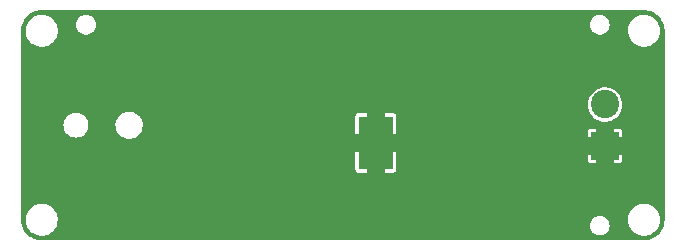
<source format=gbl>
G04 #@! TF.GenerationSoftware,KiCad,Pcbnew,5.99.0-unknown-395602b12a~131~ubuntu20.04.1*
G04 #@! TF.CreationDate,2021-07-15T22:00:28+02:00*
G04 #@! TF.ProjectId,TPS5430,54505335-3433-4302-9e6b-696361645f70,rev?*
G04 #@! TF.SameCoordinates,Original*
G04 #@! TF.FileFunction,Copper,L2,Bot*
G04 #@! TF.FilePolarity,Positive*
%FSLAX46Y46*%
G04 Gerber Fmt 4.6, Leading zero omitted, Abs format (unit mm)*
G04 Created by KiCad (PCBNEW 5.99.0-unknown-395602b12a~131~ubuntu20.04.1) date 2021-07-15 22:00:28*
%MOMM*%
%LPD*%
G01*
G04 APERTURE LIST*
G04 #@! TA.AperFunction,ComponentPad*
%ADD10C,0.600000*%
G04 #@! TD*
G04 #@! TA.AperFunction,SMDPad,CuDef*
%ADD11R,2.950000X4.500000*%
G04 #@! TD*
G04 #@! TA.AperFunction,ComponentPad*
%ADD12R,2.400000X2.400000*%
G04 #@! TD*
G04 #@! TA.AperFunction,ComponentPad*
%ADD13C,2.400000*%
G04 #@! TD*
G04 #@! TA.AperFunction,ViaPad*
%ADD14C,0.800000*%
G04 #@! TD*
G04 APERTURE END LIST*
D10*
X176700000Y-85700000D03*
X176700000Y-88100000D03*
D11*
X177300000Y-87500000D03*
D10*
X177900000Y-89300000D03*
X176700000Y-89300000D03*
X177900000Y-86800000D03*
X176700000Y-86800000D03*
X177900000Y-88100000D03*
X177900000Y-85700000D03*
D12*
X196700000Y-87750000D03*
D13*
X196700000Y-84250000D03*
D14*
X163000000Y-77000000D03*
X178000000Y-77000000D03*
X192000000Y-87000000D03*
X195000000Y-92000000D03*
X157000000Y-95000000D03*
X160000000Y-91000000D03*
X160000000Y-77000000D03*
X166000000Y-95000000D03*
X192000000Y-89000000D03*
X148000000Y-82000000D03*
X172000000Y-80000000D03*
X193200000Y-79100000D03*
X186000000Y-87000000D03*
X198000000Y-92000000D03*
X163000000Y-95000000D03*
X176500000Y-80000000D03*
X195000000Y-80000000D03*
X177500000Y-90500000D03*
X201000000Y-91500000D03*
X152000000Y-95000000D03*
X162000000Y-93000000D03*
X201000000Y-89000000D03*
X157000000Y-88000000D03*
X172200000Y-91500000D03*
X160000000Y-95000000D03*
X172000000Y-77000000D03*
X181900000Y-77600000D03*
X177000000Y-92000000D03*
X189000000Y-87000000D03*
X169000000Y-95000000D03*
X163000000Y-88000000D03*
X154000000Y-88000000D03*
X154000000Y-91000000D03*
X157000000Y-77000000D03*
X160000000Y-88000000D03*
X195000000Y-95000000D03*
X189000000Y-89000000D03*
X148000000Y-80500000D03*
X148000000Y-85000000D03*
X151500000Y-77000000D03*
X183000000Y-81000000D03*
X152000000Y-93500000D03*
X201000000Y-80500000D03*
X169000000Y-77000000D03*
X181900000Y-79000000D03*
X160000000Y-82000000D03*
X201000000Y-83000000D03*
X167500000Y-80000000D03*
X179500000Y-84000000D03*
X148000000Y-88000000D03*
X198000000Y-80000000D03*
X162000000Y-91000000D03*
X163000000Y-82000000D03*
X192000000Y-95000000D03*
X169800000Y-91500000D03*
X154000000Y-77000000D03*
X186000000Y-89000000D03*
X156000000Y-91000000D03*
X166000000Y-77000000D03*
X175000000Y-77000000D03*
X201000000Y-86000000D03*
X195000000Y-77000000D03*
X163000000Y-85000000D03*
X172100000Y-83700000D03*
X154000000Y-93000000D03*
X154000000Y-82000000D03*
X183000000Y-84000000D03*
X168000000Y-86000000D03*
X169800000Y-83700000D03*
X154000000Y-95000000D03*
X154000000Y-85000000D03*
X160000000Y-93000000D03*
X179500000Y-90500000D03*
X148000000Y-91000000D03*
X192000000Y-92000000D03*
X172000000Y-82000000D03*
X178000000Y-84000000D03*
X197500000Y-95000000D03*
X172000000Y-95000000D03*
X167500000Y-82000000D03*
X151000000Y-88000000D03*
X160000000Y-85000000D03*
X176500000Y-82000000D03*
X167500000Y-83500000D03*
X183000000Y-87000000D03*
X183000000Y-89000000D03*
X197500000Y-77000000D03*
X193200000Y-77500000D03*
X176500000Y-84000000D03*
X181000000Y-77000000D03*
X156000000Y-93000000D03*
G04 #@! TA.AperFunction,Conductor*
G36*
X199982132Y-76255422D02*
G01*
X200000000Y-76258976D01*
X200008628Y-76257260D01*
X200028341Y-76256027D01*
X200243201Y-76271394D01*
X200253647Y-76272896D01*
X200370194Y-76298249D01*
X200486737Y-76323601D01*
X200496867Y-76326576D01*
X200608610Y-76368254D01*
X200720356Y-76409933D01*
X200729955Y-76414316D01*
X200891615Y-76502589D01*
X200939313Y-76528634D01*
X200948195Y-76534342D01*
X201139151Y-76677290D01*
X201147130Y-76684204D01*
X201315796Y-76852870D01*
X201322710Y-76860849D01*
X201465658Y-77051805D01*
X201471365Y-77060686D01*
X201518591Y-77147172D01*
X201585683Y-77270042D01*
X201590067Y-77279644D01*
X201608351Y-77328663D01*
X201673424Y-77503133D01*
X201676399Y-77513263D01*
X201727104Y-77746350D01*
X201728606Y-77756801D01*
X201743973Y-77971658D01*
X201742740Y-77991372D01*
X201741024Y-78000000D01*
X201742446Y-78007149D01*
X201744578Y-78017868D01*
X201746000Y-78032304D01*
X201746000Y-93967696D01*
X201744578Y-93982132D01*
X201741024Y-94000000D01*
X201742446Y-94007147D01*
X201742740Y-94008625D01*
X201743973Y-94028342D01*
X201728606Y-94243199D01*
X201727104Y-94253650D01*
X201676399Y-94486737D01*
X201673424Y-94496867D01*
X201657186Y-94540403D01*
X201596737Y-94702476D01*
X201590069Y-94720353D01*
X201585683Y-94729958D01*
X201471366Y-94939313D01*
X201465658Y-94948195D01*
X201322710Y-95139151D01*
X201315796Y-95147130D01*
X201147130Y-95315796D01*
X201139151Y-95322710D01*
X200948195Y-95465658D01*
X200939314Y-95471365D01*
X200729955Y-95585684D01*
X200720356Y-95590067D01*
X200608610Y-95631747D01*
X200496867Y-95673424D01*
X200486737Y-95676399D01*
X200423171Y-95690227D01*
X200253647Y-95727104D01*
X200243201Y-95728606D01*
X200028341Y-95743973D01*
X200008628Y-95742740D01*
X200000000Y-95741024D01*
X199992851Y-95742446D01*
X199982132Y-95744578D01*
X199967696Y-95746000D01*
X149032304Y-95746000D01*
X149017868Y-95744578D01*
X149007149Y-95742446D01*
X149000000Y-95741024D01*
X148991372Y-95742740D01*
X148971659Y-95743973D01*
X148756799Y-95728606D01*
X148746353Y-95727104D01*
X148576829Y-95690227D01*
X148513263Y-95676399D01*
X148503133Y-95673424D01*
X148391390Y-95631747D01*
X148279644Y-95590067D01*
X148270045Y-95585684D01*
X148060686Y-95471365D01*
X148051805Y-95465658D01*
X147860849Y-95322710D01*
X147852870Y-95315796D01*
X147684204Y-95147130D01*
X147677290Y-95139151D01*
X147534342Y-94948195D01*
X147528634Y-94939313D01*
X147414317Y-94729958D01*
X147409931Y-94720353D01*
X147403264Y-94702476D01*
X147342814Y-94540403D01*
X147326576Y-94496867D01*
X147323601Y-94486737D01*
X147272896Y-94253650D01*
X147271394Y-94243199D01*
X147256027Y-94028342D01*
X147257260Y-94008625D01*
X147257554Y-94007147D01*
X147258976Y-94000000D01*
X147255422Y-93982132D01*
X147254000Y-93967696D01*
X147254000Y-93966793D01*
X147641264Y-93966793D01*
X147654085Y-94189156D01*
X147654749Y-94192103D01*
X147654750Y-94192109D01*
X147675507Y-94284214D01*
X147703052Y-94406439D01*
X147704194Y-94409251D01*
X147742608Y-94503853D01*
X147786849Y-94612807D01*
X147903226Y-94802717D01*
X147905215Y-94805013D01*
X147905217Y-94805016D01*
X148016433Y-94933407D01*
X148049058Y-94971070D01*
X148220428Y-95113344D01*
X148223046Y-95114874D01*
X148223052Y-95114878D01*
X148410108Y-95224184D01*
X148410113Y-95224186D01*
X148412734Y-95225718D01*
X148415573Y-95226802D01*
X148617966Y-95304089D01*
X148617970Y-95304090D01*
X148620811Y-95305175D01*
X148623795Y-95305782D01*
X148623798Y-95305783D01*
X148723860Y-95326141D01*
X148839072Y-95349581D01*
X148924484Y-95352713D01*
X149058615Y-95357632D01*
X149058621Y-95357632D01*
X149061655Y-95357743D01*
X149064667Y-95357357D01*
X149064671Y-95357357D01*
X149175890Y-95343109D01*
X149282582Y-95329441D01*
X149376616Y-95301229D01*
X149493014Y-95266309D01*
X149493019Y-95266307D01*
X149495919Y-95265437D01*
X149695939Y-95167448D01*
X149877269Y-95038107D01*
X149879421Y-95035963D01*
X150032884Y-94883035D01*
X150032887Y-94883032D01*
X150035039Y-94880887D01*
X150062254Y-94843014D01*
X150163240Y-94702476D01*
X150165012Y-94700010D01*
X150263698Y-94500334D01*
X150263800Y-94500000D01*
X195414925Y-94500000D01*
X195433173Y-94673622D01*
X195487121Y-94839656D01*
X195574410Y-94990845D01*
X195577001Y-94993722D01*
X195577002Y-94993724D01*
X195616965Y-95038107D01*
X195691226Y-95120582D01*
X195832462Y-95223196D01*
X195836004Y-95224773D01*
X195988403Y-95292626D01*
X195988406Y-95292627D01*
X195991948Y-95294204D01*
X195995740Y-95295010D01*
X195995743Y-95295011D01*
X196158914Y-95329693D01*
X196162711Y-95330500D01*
X196337289Y-95330500D01*
X196341086Y-95329693D01*
X196504257Y-95295011D01*
X196504260Y-95295010D01*
X196508052Y-95294204D01*
X196511594Y-95292627D01*
X196511597Y-95292626D01*
X196663996Y-95224773D01*
X196667538Y-95223196D01*
X196808774Y-95120582D01*
X196883035Y-95038107D01*
X196922998Y-94993724D01*
X196922999Y-94993722D01*
X196925590Y-94990845D01*
X197012879Y-94839656D01*
X197066827Y-94673622D01*
X197085075Y-94500000D01*
X197066827Y-94326378D01*
X197012879Y-94160344D01*
X196925590Y-94009155D01*
X196901259Y-93982132D01*
X196887448Y-93966793D01*
X198641264Y-93966793D01*
X198654085Y-94189156D01*
X198654749Y-94192103D01*
X198654750Y-94192109D01*
X198675507Y-94284214D01*
X198703052Y-94406439D01*
X198704194Y-94409251D01*
X198742608Y-94503853D01*
X198786849Y-94612807D01*
X198903226Y-94802717D01*
X198905215Y-94805013D01*
X198905217Y-94805016D01*
X199016433Y-94933407D01*
X199049058Y-94971070D01*
X199220428Y-95113344D01*
X199223046Y-95114874D01*
X199223052Y-95114878D01*
X199410108Y-95224184D01*
X199410113Y-95224186D01*
X199412734Y-95225718D01*
X199415573Y-95226802D01*
X199617966Y-95304089D01*
X199617970Y-95304090D01*
X199620811Y-95305175D01*
X199623795Y-95305782D01*
X199623798Y-95305783D01*
X199723860Y-95326141D01*
X199839072Y-95349581D01*
X199924484Y-95352713D01*
X200058615Y-95357632D01*
X200058621Y-95357632D01*
X200061655Y-95357743D01*
X200064667Y-95357357D01*
X200064671Y-95357357D01*
X200175890Y-95343109D01*
X200282582Y-95329441D01*
X200376616Y-95301229D01*
X200493014Y-95266309D01*
X200493019Y-95266307D01*
X200495919Y-95265437D01*
X200695939Y-95167448D01*
X200877269Y-95038107D01*
X200879421Y-95035963D01*
X201032884Y-94883035D01*
X201032887Y-94883032D01*
X201035039Y-94880887D01*
X201062254Y-94843014D01*
X201163240Y-94702476D01*
X201165012Y-94700010D01*
X201263698Y-94500334D01*
X201264752Y-94496867D01*
X201327565Y-94290123D01*
X201328447Y-94287220D01*
X201334243Y-94243199D01*
X201357262Y-94068348D01*
X201357262Y-94068343D01*
X201357519Y-94066394D01*
X201359142Y-94000000D01*
X201357085Y-93974983D01*
X201341141Y-93781042D01*
X201341140Y-93781038D01*
X201340892Y-93778017D01*
X201333439Y-93748343D01*
X201287370Y-93564938D01*
X201286631Y-93561995D01*
X201197817Y-93357736D01*
X201076834Y-93170726D01*
X200926933Y-93005986D01*
X200752138Y-92867942D01*
X200696454Y-92837203D01*
X200559806Y-92761768D01*
X200559801Y-92761766D01*
X200557144Y-92760299D01*
X200501223Y-92740497D01*
X200350043Y-92686961D01*
X200350039Y-92686960D01*
X200347187Y-92685950D01*
X200127907Y-92646890D01*
X199984501Y-92645138D01*
X199908229Y-92644206D01*
X199908228Y-92644206D01*
X199905191Y-92644169D01*
X199810201Y-92658704D01*
X199688026Y-92677399D01*
X199688022Y-92677400D01*
X199685022Y-92677859D01*
X199682133Y-92678803D01*
X199682130Y-92678804D01*
X199476195Y-92746114D01*
X199476191Y-92746116D01*
X199473311Y-92747057D01*
X199275745Y-92849903D01*
X199097630Y-92983636D01*
X199095533Y-92985830D01*
X199095530Y-92985833D01*
X198945844Y-93142470D01*
X198945840Y-93142474D01*
X198943748Y-93144664D01*
X198942038Y-93147171D01*
X198942037Y-93147172D01*
X198925970Y-93170726D01*
X198818233Y-93328663D01*
X198724455Y-93530691D01*
X198664932Y-93745322D01*
X198664609Y-93748341D01*
X198664609Y-93748343D01*
X198661438Y-93778017D01*
X198641264Y-93966793D01*
X196887448Y-93966793D01*
X196811367Y-93882298D01*
X196808774Y-93879418D01*
X196667538Y-93776804D01*
X196590259Y-93742397D01*
X196511597Y-93707374D01*
X196511594Y-93707373D01*
X196508052Y-93705796D01*
X196504260Y-93704990D01*
X196504257Y-93704989D01*
X196341086Y-93670307D01*
X196341085Y-93670307D01*
X196337289Y-93669500D01*
X196162711Y-93669500D01*
X196158915Y-93670307D01*
X196158914Y-93670307D01*
X195995743Y-93704989D01*
X195995740Y-93704990D01*
X195991948Y-93705796D01*
X195988406Y-93707373D01*
X195988403Y-93707374D01*
X195903172Y-93745322D01*
X195832463Y-93776804D01*
X195691226Y-93879418D01*
X195688633Y-93882298D01*
X195598742Y-93982132D01*
X195574410Y-94009155D01*
X195487121Y-94160344D01*
X195433173Y-94326378D01*
X195414925Y-94500000D01*
X150263800Y-94500000D01*
X150264752Y-94496867D01*
X150327565Y-94290123D01*
X150328447Y-94287220D01*
X150334243Y-94243199D01*
X150357262Y-94068348D01*
X150357262Y-94068343D01*
X150357519Y-94066394D01*
X150359142Y-94000000D01*
X150357085Y-93974983D01*
X150341141Y-93781042D01*
X150341140Y-93781038D01*
X150340892Y-93778017D01*
X150333439Y-93748343D01*
X150287370Y-93564938D01*
X150286631Y-93561995D01*
X150197817Y-93357736D01*
X150076834Y-93170726D01*
X149926933Y-93005986D01*
X149752138Y-92867942D01*
X149696454Y-92837203D01*
X149559806Y-92761768D01*
X149559801Y-92761766D01*
X149557144Y-92760299D01*
X149501223Y-92740497D01*
X149350043Y-92686961D01*
X149350039Y-92686960D01*
X149347187Y-92685950D01*
X149127907Y-92646890D01*
X148984501Y-92645138D01*
X148908229Y-92644206D01*
X148908228Y-92644206D01*
X148905191Y-92644169D01*
X148810201Y-92658704D01*
X148688026Y-92677399D01*
X148688022Y-92677400D01*
X148685022Y-92677859D01*
X148682133Y-92678803D01*
X148682130Y-92678804D01*
X148476195Y-92746114D01*
X148476191Y-92746116D01*
X148473311Y-92747057D01*
X148275745Y-92849903D01*
X148097630Y-92983636D01*
X148095533Y-92985830D01*
X148095530Y-92985833D01*
X147945844Y-93142470D01*
X147945840Y-93142474D01*
X147943748Y-93144664D01*
X147942038Y-93147171D01*
X147942037Y-93147172D01*
X147925970Y-93170726D01*
X147818233Y-93328663D01*
X147724455Y-93530691D01*
X147664932Y-93745322D01*
X147664609Y-93748341D01*
X147664609Y-93748343D01*
X147661438Y-93778017D01*
X147641264Y-93966793D01*
X147254000Y-93966793D01*
X147254000Y-88258925D01*
X175566024Y-88258925D01*
X175566024Y-89746360D01*
X175566734Y-89753571D01*
X175584315Y-89841955D01*
X175589787Y-89855167D01*
X175637827Y-89927064D01*
X175647936Y-89937173D01*
X175719833Y-89985213D01*
X175733045Y-89990685D01*
X175821429Y-90008266D01*
X175828640Y-90008976D01*
X176536952Y-90008976D01*
X176546948Y-90005338D01*
X176550000Y-90000051D01*
X176550000Y-89587312D01*
X176542533Y-89566797D01*
X176328062Y-89352326D01*
X176306670Y-89306450D01*
X176319771Y-89257555D01*
X176328062Y-89247674D01*
X176540774Y-89034962D01*
X176550000Y-89015176D01*
X176550000Y-88387312D01*
X176549094Y-88384824D01*
X178050000Y-88384824D01*
X178050000Y-89012688D01*
X178057467Y-89033203D01*
X178271938Y-89247674D01*
X178293330Y-89293550D01*
X178280229Y-89342445D01*
X178271938Y-89352326D01*
X178059226Y-89565038D01*
X178050000Y-89584824D01*
X178050000Y-89995928D01*
X178053638Y-90005924D01*
X178058925Y-90008976D01*
X178771360Y-90008976D01*
X178778571Y-90008266D01*
X178866955Y-89990685D01*
X178880167Y-89985213D01*
X178952064Y-89937173D01*
X178962173Y-89927064D01*
X179010213Y-89855167D01*
X179015685Y-89841955D01*
X179033266Y-89753571D01*
X179033976Y-89746360D01*
X179033976Y-88508925D01*
X195241024Y-88508925D01*
X195241024Y-88946360D01*
X195241734Y-88953571D01*
X195259315Y-89041955D01*
X195264787Y-89055167D01*
X195312827Y-89127064D01*
X195322936Y-89137173D01*
X195394833Y-89185213D01*
X195408045Y-89190685D01*
X195496429Y-89208266D01*
X195503640Y-89208976D01*
X195936952Y-89208976D01*
X195946948Y-89205338D01*
X195950000Y-89200051D01*
X195950000Y-88513048D01*
X195948499Y-88508925D01*
X197450000Y-88508925D01*
X197450000Y-89195928D01*
X197453638Y-89205924D01*
X197458925Y-89208976D01*
X197896360Y-89208976D01*
X197903571Y-89208266D01*
X197991955Y-89190685D01*
X198005167Y-89185213D01*
X198077064Y-89137173D01*
X198087173Y-89127064D01*
X198135213Y-89055167D01*
X198140685Y-89041955D01*
X198158266Y-88953571D01*
X198158976Y-88946360D01*
X198158976Y-88513048D01*
X198155338Y-88503052D01*
X198150051Y-88500000D01*
X197463048Y-88500000D01*
X197453052Y-88503638D01*
X197450000Y-88508925D01*
X195948499Y-88508925D01*
X195946362Y-88503052D01*
X195941075Y-88500000D01*
X195254072Y-88500000D01*
X195244076Y-88503638D01*
X195241024Y-88508925D01*
X179033976Y-88508925D01*
X179033976Y-88263048D01*
X179030338Y-88253052D01*
X179025051Y-88250000D01*
X178187312Y-88250000D01*
X178166797Y-88257467D01*
X178059226Y-88365038D01*
X178050000Y-88384824D01*
X176549094Y-88384824D01*
X176542533Y-88366797D01*
X176434962Y-88259226D01*
X176415176Y-88250000D01*
X175579072Y-88250000D01*
X175569076Y-88253638D01*
X175566024Y-88258925D01*
X147254000Y-88258925D01*
X147254000Y-85985206D01*
X150840501Y-85985206D01*
X150857806Y-86191278D01*
X150914807Y-86390066D01*
X151009334Y-86573995D01*
X151137786Y-86736061D01*
X151140539Y-86738404D01*
X151140542Y-86738407D01*
X151177151Y-86769563D01*
X151295271Y-86870091D01*
X151475789Y-86970980D01*
X151672466Y-87034884D01*
X151744755Y-87043504D01*
X151874209Y-87058941D01*
X151874212Y-87058941D01*
X151877809Y-87059370D01*
X151942375Y-87054402D01*
X152080387Y-87043782D01*
X152080388Y-87043782D01*
X152083998Y-87043504D01*
X152283178Y-86987892D01*
X152314445Y-86972098D01*
X152464529Y-86896286D01*
X152464532Y-86896284D01*
X152467763Y-86894652D01*
X152470612Y-86892426D01*
X152470617Y-86892423D01*
X152627869Y-86769563D01*
X152630722Y-86767334D01*
X152765848Y-86610789D01*
X152767631Y-86607650D01*
X152767634Y-86607646D01*
X152820164Y-86515176D01*
X152867995Y-86430979D01*
X152882615Y-86387031D01*
X152932127Y-86238190D01*
X152932128Y-86238187D01*
X152933270Y-86234753D01*
X152959189Y-86029586D01*
X152959602Y-86000000D01*
X152958506Y-85988817D01*
X152956626Y-85969649D01*
X155240951Y-85969649D01*
X155254829Y-86181377D01*
X155267471Y-86231156D01*
X155288711Y-86314787D01*
X155307058Y-86387031D01*
X155308478Y-86390111D01*
X155391765Y-86570775D01*
X155395890Y-86579723D01*
X155518350Y-86753000D01*
X155670337Y-86901059D01*
X155673156Y-86902943D01*
X155673159Y-86902945D01*
X155843938Y-87017056D01*
X155843943Y-87017059D01*
X155846760Y-87018941D01*
X156041711Y-87102699D01*
X156248662Y-87149527D01*
X156349167Y-87153476D01*
X156457286Y-87157724D01*
X156457290Y-87157724D01*
X156460681Y-87157857D01*
X156526951Y-87148248D01*
X156667305Y-87127898D01*
X156667311Y-87127897D01*
X156670667Y-87127410D01*
X156871589Y-87059207D01*
X156874542Y-87057553D01*
X156874547Y-87057551D01*
X157053755Y-86957189D01*
X157053757Y-86957188D01*
X157056717Y-86955530D01*
X157219852Y-86819852D01*
X157355530Y-86656717D01*
X157398649Y-86579723D01*
X157457551Y-86474547D01*
X157457553Y-86474542D01*
X157459207Y-86471589D01*
X157527410Y-86270667D01*
X157527897Y-86267311D01*
X157527898Y-86267305D01*
X157557544Y-86062840D01*
X157557544Y-86062839D01*
X157557857Y-86060681D01*
X157559446Y-86000000D01*
X157558419Y-85988817D01*
X157551716Y-85915870D01*
X157540031Y-85788708D01*
X157539112Y-85785450D01*
X157539111Y-85785444D01*
X157483357Y-85587757D01*
X157483356Y-85587755D01*
X157482436Y-85584492D01*
X157388590Y-85394191D01*
X157312850Y-85292762D01*
X157283636Y-85253640D01*
X175566024Y-85253640D01*
X175566024Y-86736952D01*
X175569662Y-86746948D01*
X175574949Y-86750000D01*
X176312688Y-86750000D01*
X176333203Y-86742533D01*
X176540774Y-86534962D01*
X176550000Y-86515176D01*
X176550000Y-85987312D01*
X176542533Y-85966797D01*
X176328062Y-85752326D01*
X176306670Y-85706450D01*
X176319771Y-85657555D01*
X176328062Y-85647674D01*
X176540774Y-85434962D01*
X176550000Y-85415176D01*
X176550000Y-85004072D01*
X176548499Y-84999949D01*
X178050000Y-84999949D01*
X178050000Y-85412688D01*
X178057467Y-85433203D01*
X178271938Y-85647674D01*
X178293330Y-85693550D01*
X178280229Y-85742445D01*
X178271938Y-85752326D01*
X178059226Y-85965038D01*
X178050000Y-85984824D01*
X178050000Y-86512688D01*
X178057467Y-86533203D01*
X178265038Y-86740774D01*
X178284824Y-86750000D01*
X179020928Y-86750000D01*
X179030924Y-86746362D01*
X179033976Y-86741075D01*
X179033976Y-86553640D01*
X195241024Y-86553640D01*
X195241024Y-86986952D01*
X195244662Y-86996948D01*
X195249949Y-87000000D01*
X195936952Y-87000000D01*
X195946948Y-86996362D01*
X195950000Y-86991075D01*
X195950000Y-86304072D01*
X195948499Y-86299949D01*
X197450000Y-86299949D01*
X197450000Y-86986952D01*
X197453638Y-86996948D01*
X197458925Y-87000000D01*
X198145928Y-87000000D01*
X198155924Y-86996362D01*
X198158976Y-86991075D01*
X198158976Y-86553640D01*
X198158266Y-86546429D01*
X198140685Y-86458045D01*
X198135213Y-86444833D01*
X198087173Y-86372936D01*
X198077064Y-86362827D01*
X198005167Y-86314787D01*
X197991955Y-86309315D01*
X197903571Y-86291734D01*
X197896360Y-86291024D01*
X197463048Y-86291024D01*
X197453052Y-86294662D01*
X197450000Y-86299949D01*
X195948499Y-86299949D01*
X195946362Y-86294076D01*
X195941075Y-86291024D01*
X195503640Y-86291024D01*
X195496429Y-86291734D01*
X195408045Y-86309315D01*
X195394833Y-86314787D01*
X195322936Y-86362827D01*
X195312827Y-86372936D01*
X195264787Y-86444833D01*
X195259315Y-86458045D01*
X195241734Y-86546429D01*
X195241024Y-86553640D01*
X179033976Y-86553640D01*
X179033976Y-85253640D01*
X179033266Y-85246429D01*
X179015685Y-85158045D01*
X179010213Y-85144833D01*
X178962173Y-85072936D01*
X178952064Y-85062827D01*
X178880167Y-85014787D01*
X178866955Y-85009315D01*
X178778571Y-84991734D01*
X178771360Y-84991024D01*
X178063048Y-84991024D01*
X178053052Y-84994662D01*
X178050000Y-84999949D01*
X176548499Y-84999949D01*
X176546362Y-84994076D01*
X176541075Y-84991024D01*
X175828640Y-84991024D01*
X175821429Y-84991734D01*
X175733045Y-85009315D01*
X175719833Y-85014787D01*
X175647936Y-85062827D01*
X175637827Y-85072936D01*
X175589787Y-85144833D01*
X175584315Y-85158045D01*
X175566734Y-85246429D01*
X175566024Y-85253640D01*
X157283636Y-85253640D01*
X157263668Y-85226900D01*
X157263667Y-85226899D01*
X157261636Y-85224179D01*
X157259145Y-85221876D01*
X157259142Y-85221873D01*
X157108318Y-85082453D01*
X157108314Y-85082450D01*
X157105826Y-85080150D01*
X157009274Y-85019230D01*
X156929238Y-84968731D01*
X156929237Y-84968730D01*
X156926377Y-84966926D01*
X156923234Y-84965672D01*
X156923232Y-84965671D01*
X156732449Y-84889556D01*
X156732446Y-84889555D01*
X156729300Y-84888300D01*
X156725975Y-84887639D01*
X156725973Y-84887638D01*
X156524520Y-84847567D01*
X156524516Y-84847567D01*
X156521195Y-84846906D01*
X156427472Y-84845679D01*
X156312424Y-84844172D01*
X156312419Y-84844172D01*
X156309031Y-84844128D01*
X156305685Y-84844703D01*
X156305684Y-84844703D01*
X156289017Y-84847567D01*
X156099913Y-84880061D01*
X155900846Y-84953501D01*
X155718495Y-85061988D01*
X155558968Y-85201890D01*
X155427607Y-85368520D01*
X155426025Y-85371527D01*
X155330396Y-85553287D01*
X155330393Y-85553293D01*
X155328812Y-85556299D01*
X155265891Y-85758938D01*
X155240951Y-85969649D01*
X152956626Y-85969649D01*
X152939775Y-85797792D01*
X152939422Y-85794189D01*
X152879651Y-85596217D01*
X152782565Y-85413625D01*
X152651863Y-85253368D01*
X152536637Y-85158045D01*
X152495317Y-85123862D01*
X152495316Y-85123861D01*
X152492522Y-85121550D01*
X152477381Y-85113363D01*
X152313797Y-85024914D01*
X152313796Y-85024914D01*
X152310612Y-85023192D01*
X152307158Y-85022123D01*
X152307156Y-85022122D01*
X152208988Y-84991734D01*
X152113063Y-84962040D01*
X151907397Y-84940424D01*
X151903793Y-84940752D01*
X151903792Y-84940752D01*
X151903243Y-84940802D01*
X151701450Y-84959166D01*
X151691685Y-84962040D01*
X151506537Y-85016532D01*
X151506533Y-85016534D01*
X151503066Y-85017554D01*
X151492282Y-85023192D01*
X151323008Y-85111686D01*
X151323005Y-85111688D01*
X151319801Y-85113363D01*
X151316983Y-85115629D01*
X151316981Y-85115630D01*
X151161454Y-85240676D01*
X151161451Y-85240679D01*
X151158635Y-85242943D01*
X151025708Y-85401360D01*
X151023966Y-85404528D01*
X151023965Y-85404530D01*
X151017209Y-85416820D01*
X150926082Y-85582578D01*
X150920657Y-85599680D01*
X150869070Y-85762305D01*
X150863553Y-85779696D01*
X150840501Y-85985206D01*
X147254000Y-85985206D01*
X147254000Y-84214342D01*
X195240951Y-84214342D01*
X195241126Y-84217377D01*
X195254544Y-84450095D01*
X195254545Y-84450101D01*
X195254719Y-84453121D01*
X195255383Y-84456068D01*
X195255384Y-84456074D01*
X195278450Y-84558425D01*
X195307301Y-84686446D01*
X195308443Y-84689258D01*
X195372457Y-84846906D01*
X195397284Y-84908049D01*
X195430370Y-84962040D01*
X195504160Y-85082453D01*
X195522254Y-85111980D01*
X195524243Y-85114276D01*
X195524245Y-85114279D01*
X195638100Y-85245717D01*
X195678852Y-85292762D01*
X195862874Y-85445540D01*
X195865492Y-85447070D01*
X195865498Y-85447074D01*
X196057978Y-85559550D01*
X196069377Y-85566211D01*
X196072216Y-85567295D01*
X196072220Y-85567297D01*
X196289977Y-85650450D01*
X196289982Y-85650452D01*
X196292817Y-85651534D01*
X196527191Y-85699218D01*
X196619228Y-85702593D01*
X196763167Y-85707872D01*
X196763173Y-85707872D01*
X196766207Y-85707983D01*
X196769219Y-85707597D01*
X196769223Y-85707597D01*
X196888941Y-85692260D01*
X197003444Y-85677592D01*
X197093913Y-85650450D01*
X197229624Y-85609735D01*
X197229630Y-85609733D01*
X197232532Y-85608862D01*
X197447319Y-85503639D01*
X197449785Y-85501880D01*
X197449790Y-85501877D01*
X197639573Y-85366506D01*
X197639574Y-85366505D01*
X197642036Y-85364749D01*
X197644176Y-85362616D01*
X197644180Y-85362613D01*
X197809301Y-85198067D01*
X197809304Y-85198064D01*
X197811454Y-85195921D01*
X197848165Y-85144833D01*
X197949251Y-85004156D01*
X197951023Y-85001690D01*
X198056995Y-84787272D01*
X198088527Y-84683490D01*
X198125642Y-84561328D01*
X198126524Y-84558425D01*
X198157743Y-84321296D01*
X198159485Y-84250000D01*
X198156803Y-84217377D01*
X198140136Y-84014653D01*
X198140135Y-84014649D01*
X198139887Y-84011628D01*
X198081620Y-83779658D01*
X197986249Y-83560319D01*
X197856335Y-83359502D01*
X197695366Y-83182600D01*
X197507667Y-83034364D01*
X197423817Y-82988076D01*
X197300941Y-82920244D01*
X197300935Y-82920241D01*
X197298277Y-82918774D01*
X197295417Y-82917761D01*
X197295412Y-82917759D01*
X197075680Y-82839949D01*
X197075679Y-82839949D01*
X197072819Y-82838936D01*
X197069830Y-82838404D01*
X197069828Y-82838403D01*
X196933162Y-82814059D01*
X196837350Y-82796992D01*
X196683578Y-82795113D01*
X196601229Y-82794107D01*
X196601228Y-82794107D01*
X196598191Y-82794070D01*
X196496711Y-82809599D01*
X196364771Y-82829788D01*
X196364767Y-82829789D01*
X196361767Y-82830248D01*
X196358878Y-82831192D01*
X196358875Y-82831193D01*
X196137311Y-82903612D01*
X196137307Y-82903614D01*
X196134427Y-82904555D01*
X195922275Y-83014994D01*
X195919854Y-83016812D01*
X195919852Y-83016813D01*
X195893969Y-83036247D01*
X195731010Y-83158600D01*
X195728912Y-83160796D01*
X195728908Y-83160799D01*
X195651362Y-83241947D01*
X195565767Y-83331516D01*
X195430985Y-83529099D01*
X195330284Y-83746042D01*
X195266366Y-83976520D01*
X195240951Y-84214342D01*
X147254000Y-84214342D01*
X147254000Y-78032304D01*
X147255422Y-78017868D01*
X147257554Y-78007149D01*
X147258976Y-78000000D01*
X147257260Y-77991372D01*
X147256027Y-77971658D01*
X147256375Y-77966793D01*
X147641264Y-77966793D01*
X147654085Y-78189156D01*
X147654749Y-78192103D01*
X147654750Y-78192109D01*
X147685756Y-78329693D01*
X147703052Y-78406439D01*
X147786849Y-78612807D01*
X147903226Y-78802717D01*
X147905215Y-78805013D01*
X147905217Y-78805016D01*
X148016433Y-78933407D01*
X148049058Y-78971070D01*
X148220428Y-79113344D01*
X148223046Y-79114874D01*
X148223052Y-79114878D01*
X148410108Y-79224184D01*
X148410113Y-79224186D01*
X148412734Y-79225718D01*
X148415573Y-79226802D01*
X148617966Y-79304089D01*
X148617970Y-79304090D01*
X148620811Y-79305175D01*
X148623795Y-79305782D01*
X148623798Y-79305783D01*
X148723860Y-79326141D01*
X148839072Y-79349581D01*
X148924484Y-79352713D01*
X149058615Y-79357632D01*
X149058621Y-79357632D01*
X149061655Y-79357743D01*
X149064667Y-79357357D01*
X149064671Y-79357357D01*
X149175890Y-79343109D01*
X149282582Y-79329441D01*
X149376616Y-79301229D01*
X149493014Y-79266309D01*
X149493019Y-79266307D01*
X149495919Y-79265437D01*
X149695939Y-79167448D01*
X149877269Y-79038107D01*
X149946843Y-78968776D01*
X150032884Y-78883035D01*
X150032887Y-78883032D01*
X150035039Y-78880887D01*
X150165012Y-78700010D01*
X150263698Y-78500334D01*
X150292226Y-78406439D01*
X150327565Y-78290123D01*
X150328447Y-78287220D01*
X150340969Y-78192109D01*
X150357262Y-78068348D01*
X150357262Y-78068343D01*
X150357519Y-78066394D01*
X150359142Y-78000000D01*
X150358626Y-77993724D01*
X150341141Y-77781042D01*
X150341140Y-77781038D01*
X150340892Y-77778017D01*
X150333439Y-77748343D01*
X150287370Y-77564938D01*
X150286631Y-77561995D01*
X150259675Y-77500000D01*
X151914925Y-77500000D01*
X151933173Y-77673622D01*
X151987121Y-77839656D01*
X152074410Y-77990845D01*
X152077001Y-77993722D01*
X152077002Y-77993724D01*
X152105179Y-78025017D01*
X152191226Y-78120582D01*
X152332462Y-78223196D01*
X152336004Y-78224773D01*
X152488403Y-78292626D01*
X152488406Y-78292627D01*
X152491948Y-78294204D01*
X152495740Y-78295010D01*
X152495743Y-78295011D01*
X152658914Y-78329693D01*
X152662711Y-78330500D01*
X152837289Y-78330500D01*
X152841086Y-78329693D01*
X153004257Y-78295011D01*
X153004260Y-78295010D01*
X153008052Y-78294204D01*
X153011594Y-78292627D01*
X153011597Y-78292626D01*
X153163996Y-78224773D01*
X153167538Y-78223196D01*
X153308774Y-78120582D01*
X153394821Y-78025017D01*
X153422998Y-77993724D01*
X153422999Y-77993722D01*
X153425590Y-77990845D01*
X153512879Y-77839656D01*
X153566827Y-77673622D01*
X153585075Y-77500000D01*
X195414925Y-77500000D01*
X195433173Y-77673622D01*
X195487121Y-77839656D01*
X195574410Y-77990845D01*
X195577001Y-77993722D01*
X195577002Y-77993724D01*
X195605179Y-78025017D01*
X195691226Y-78120582D01*
X195832462Y-78223196D01*
X195836004Y-78224773D01*
X195988403Y-78292626D01*
X195988406Y-78292627D01*
X195991948Y-78294204D01*
X195995740Y-78295010D01*
X195995743Y-78295011D01*
X196158914Y-78329693D01*
X196162711Y-78330500D01*
X196337289Y-78330500D01*
X196341086Y-78329693D01*
X196504257Y-78295011D01*
X196504260Y-78295010D01*
X196508052Y-78294204D01*
X196511594Y-78292627D01*
X196511597Y-78292626D01*
X196663996Y-78224773D01*
X196667538Y-78223196D01*
X196808774Y-78120582D01*
X196894821Y-78025017D01*
X196922998Y-77993724D01*
X196922999Y-77993722D01*
X196925590Y-77990845D01*
X196939476Y-77966793D01*
X198641264Y-77966793D01*
X198654085Y-78189156D01*
X198654749Y-78192103D01*
X198654750Y-78192109D01*
X198685756Y-78329693D01*
X198703052Y-78406439D01*
X198786849Y-78612807D01*
X198903226Y-78802717D01*
X198905215Y-78805013D01*
X198905217Y-78805016D01*
X199016433Y-78933407D01*
X199049058Y-78971070D01*
X199220428Y-79113344D01*
X199223046Y-79114874D01*
X199223052Y-79114878D01*
X199410108Y-79224184D01*
X199410113Y-79224186D01*
X199412734Y-79225718D01*
X199415573Y-79226802D01*
X199617966Y-79304089D01*
X199617970Y-79304090D01*
X199620811Y-79305175D01*
X199623795Y-79305782D01*
X199623798Y-79305783D01*
X199723860Y-79326141D01*
X199839072Y-79349581D01*
X199924484Y-79352713D01*
X200058615Y-79357632D01*
X200058621Y-79357632D01*
X200061655Y-79357743D01*
X200064667Y-79357357D01*
X200064671Y-79357357D01*
X200175890Y-79343109D01*
X200282582Y-79329441D01*
X200376616Y-79301229D01*
X200493014Y-79266309D01*
X200493019Y-79266307D01*
X200495919Y-79265437D01*
X200695939Y-79167448D01*
X200877269Y-79038107D01*
X200946843Y-78968776D01*
X201032884Y-78883035D01*
X201032887Y-78883032D01*
X201035039Y-78880887D01*
X201165012Y-78700010D01*
X201263698Y-78500334D01*
X201292226Y-78406439D01*
X201327565Y-78290123D01*
X201328447Y-78287220D01*
X201340969Y-78192109D01*
X201357262Y-78068348D01*
X201357262Y-78068343D01*
X201357519Y-78066394D01*
X201359142Y-78000000D01*
X201358626Y-77993724D01*
X201341141Y-77781042D01*
X201341140Y-77781038D01*
X201340892Y-77778017D01*
X201333439Y-77748343D01*
X201287370Y-77564938D01*
X201286631Y-77561995D01*
X201197817Y-77357736D01*
X201076834Y-77170726D01*
X200926933Y-77005986D01*
X200752138Y-76867942D01*
X200696454Y-76837203D01*
X200559806Y-76761768D01*
X200559801Y-76761766D01*
X200557144Y-76760299D01*
X200435551Y-76717241D01*
X200350043Y-76686961D01*
X200350039Y-76686960D01*
X200347187Y-76685950D01*
X200127907Y-76646890D01*
X199984501Y-76645138D01*
X199908229Y-76644206D01*
X199908228Y-76644206D01*
X199905191Y-76644169D01*
X199810201Y-76658704D01*
X199688026Y-76677399D01*
X199688022Y-76677400D01*
X199685022Y-76677859D01*
X199682133Y-76678803D01*
X199682130Y-76678804D01*
X199476195Y-76746114D01*
X199476191Y-76746116D01*
X199473311Y-76747057D01*
X199275745Y-76849903D01*
X199273324Y-76851721D01*
X199273322Y-76851722D01*
X199239470Y-76877139D01*
X199097630Y-76983636D01*
X199095533Y-76985830D01*
X199095530Y-76985833D01*
X198945844Y-77142470D01*
X198945840Y-77142474D01*
X198943748Y-77144664D01*
X198942038Y-77147171D01*
X198942037Y-77147172D01*
X198925970Y-77170726D01*
X198818233Y-77328663D01*
X198724455Y-77530691D01*
X198664932Y-77745322D01*
X198641264Y-77966793D01*
X196939476Y-77966793D01*
X197012879Y-77839656D01*
X197066827Y-77673622D01*
X197085075Y-77500000D01*
X197066827Y-77326378D01*
X197012879Y-77160344D01*
X196925590Y-77009155D01*
X196808774Y-76879418D01*
X196667538Y-76776804D01*
X196603872Y-76748458D01*
X196511597Y-76707374D01*
X196511594Y-76707373D01*
X196508052Y-76705796D01*
X196504260Y-76704990D01*
X196504257Y-76704989D01*
X196341086Y-76670307D01*
X196341085Y-76670307D01*
X196337289Y-76669500D01*
X196162711Y-76669500D01*
X196158915Y-76670307D01*
X196158914Y-76670307D01*
X195995743Y-76704989D01*
X195995740Y-76704990D01*
X195991948Y-76705796D01*
X195988406Y-76707373D01*
X195988403Y-76707374D01*
X195871809Y-76759286D01*
X195832463Y-76776804D01*
X195691226Y-76879418D01*
X195574410Y-77009155D01*
X195487121Y-77160344D01*
X195433173Y-77326378D01*
X195414925Y-77500000D01*
X153585075Y-77500000D01*
X153566827Y-77326378D01*
X153512879Y-77160344D01*
X153425590Y-77009155D01*
X153308774Y-76879418D01*
X153167538Y-76776804D01*
X153103872Y-76748458D01*
X153011597Y-76707374D01*
X153011594Y-76707373D01*
X153008052Y-76705796D01*
X153004260Y-76704990D01*
X153004257Y-76704989D01*
X152841086Y-76670307D01*
X152841085Y-76670307D01*
X152837289Y-76669500D01*
X152662711Y-76669500D01*
X152658915Y-76670307D01*
X152658914Y-76670307D01*
X152495743Y-76704989D01*
X152495740Y-76704990D01*
X152491948Y-76705796D01*
X152488406Y-76707373D01*
X152488403Y-76707374D01*
X152371809Y-76759286D01*
X152332463Y-76776804D01*
X152191226Y-76879418D01*
X152074410Y-77009155D01*
X151987121Y-77160344D01*
X151933173Y-77326378D01*
X151914925Y-77500000D01*
X150259675Y-77500000D01*
X150197817Y-77357736D01*
X150076834Y-77170726D01*
X149926933Y-77005986D01*
X149752138Y-76867942D01*
X149696454Y-76837203D01*
X149559806Y-76761768D01*
X149559801Y-76761766D01*
X149557144Y-76760299D01*
X149435551Y-76717241D01*
X149350043Y-76686961D01*
X149350039Y-76686960D01*
X149347187Y-76685950D01*
X149127907Y-76646890D01*
X148984501Y-76645138D01*
X148908229Y-76644206D01*
X148908228Y-76644206D01*
X148905191Y-76644169D01*
X148810201Y-76658704D01*
X148688026Y-76677399D01*
X148688022Y-76677400D01*
X148685022Y-76677859D01*
X148682133Y-76678803D01*
X148682130Y-76678804D01*
X148476195Y-76746114D01*
X148476191Y-76746116D01*
X148473311Y-76747057D01*
X148275745Y-76849903D01*
X148273324Y-76851721D01*
X148273322Y-76851722D01*
X148239470Y-76877139D01*
X148097630Y-76983636D01*
X148095533Y-76985830D01*
X148095530Y-76985833D01*
X147945844Y-77142470D01*
X147945840Y-77142474D01*
X147943748Y-77144664D01*
X147942038Y-77147171D01*
X147942037Y-77147172D01*
X147925970Y-77170726D01*
X147818233Y-77328663D01*
X147724455Y-77530691D01*
X147664932Y-77745322D01*
X147641264Y-77966793D01*
X147256375Y-77966793D01*
X147271394Y-77756801D01*
X147272896Y-77746350D01*
X147323601Y-77513263D01*
X147326576Y-77503133D01*
X147391649Y-77328663D01*
X147409933Y-77279644D01*
X147414317Y-77270042D01*
X147481410Y-77147172D01*
X147528635Y-77060686D01*
X147534342Y-77051805D01*
X147677290Y-76860849D01*
X147684204Y-76852870D01*
X147852870Y-76684204D01*
X147860849Y-76677290D01*
X148051805Y-76534342D01*
X148060687Y-76528634D01*
X148108385Y-76502589D01*
X148270045Y-76414316D01*
X148279644Y-76409933D01*
X148391390Y-76368253D01*
X148503133Y-76326576D01*
X148513263Y-76323601D01*
X148629806Y-76298249D01*
X148746353Y-76272896D01*
X148756799Y-76271394D01*
X148971659Y-76256027D01*
X148991372Y-76257260D01*
X149000000Y-76258976D01*
X149007149Y-76257554D01*
X149017868Y-76255422D01*
X149032304Y-76254000D01*
X199967696Y-76254000D01*
X199982132Y-76255422D01*
G37*
G04 #@! TD.AperFunction*
M02*

</source>
